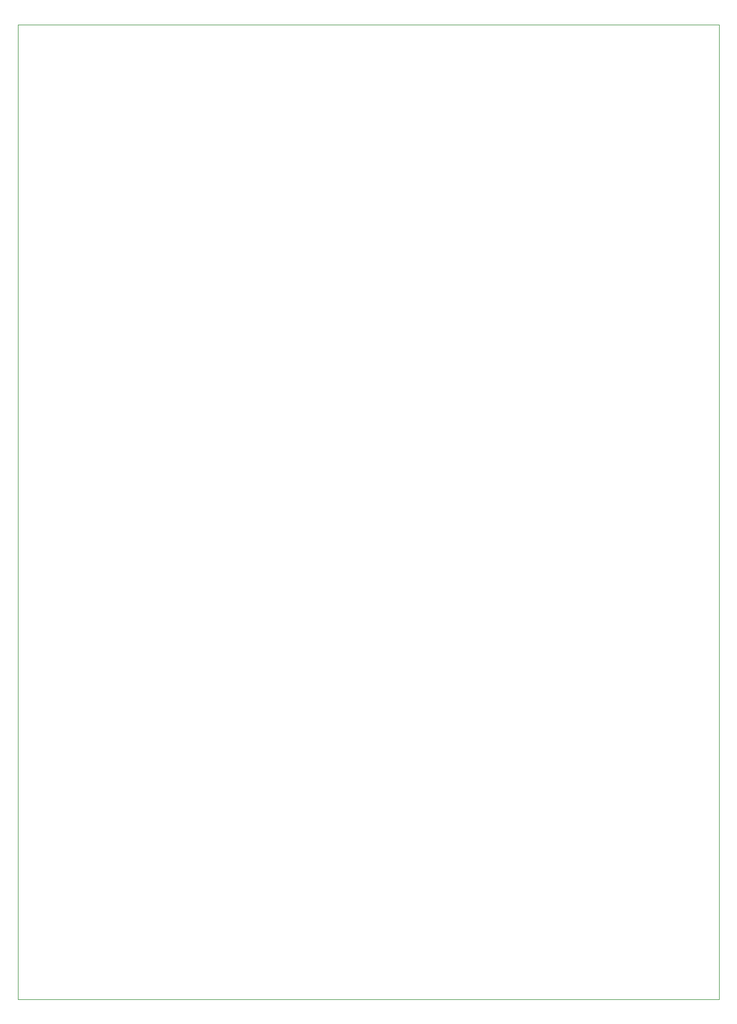
<source format=gbr>
%TF.GenerationSoftware,KiCad,Pcbnew,7.0.1*%
%TF.CreationDate,2023-04-25T16:28:10-04:00*%
%TF.ProjectId,UPenn_OpAmp,5550656e-6e5f-44f7-9041-6d702e6b6963,rev?*%
%TF.SameCoordinates,Original*%
%TF.FileFunction,Profile,NP*%
%FSLAX46Y46*%
G04 Gerber Fmt 4.6, Leading zero omitted, Abs format (unit mm)*
G04 Created by KiCad (PCBNEW 7.0.1) date 2023-04-25 16:28:10*
%MOMM*%
%LPD*%
G01*
G04 APERTURE LIST*
%TA.AperFunction,Profile*%
%ADD10C,0.100000*%
%TD*%
G04 APERTURE END LIST*
D10*
X52798000Y-27200000D02*
X158760000Y-27200000D01*
X158760000Y-174330000D01*
X52798000Y-174330000D01*
X52798000Y-27200000D01*
M02*

</source>
